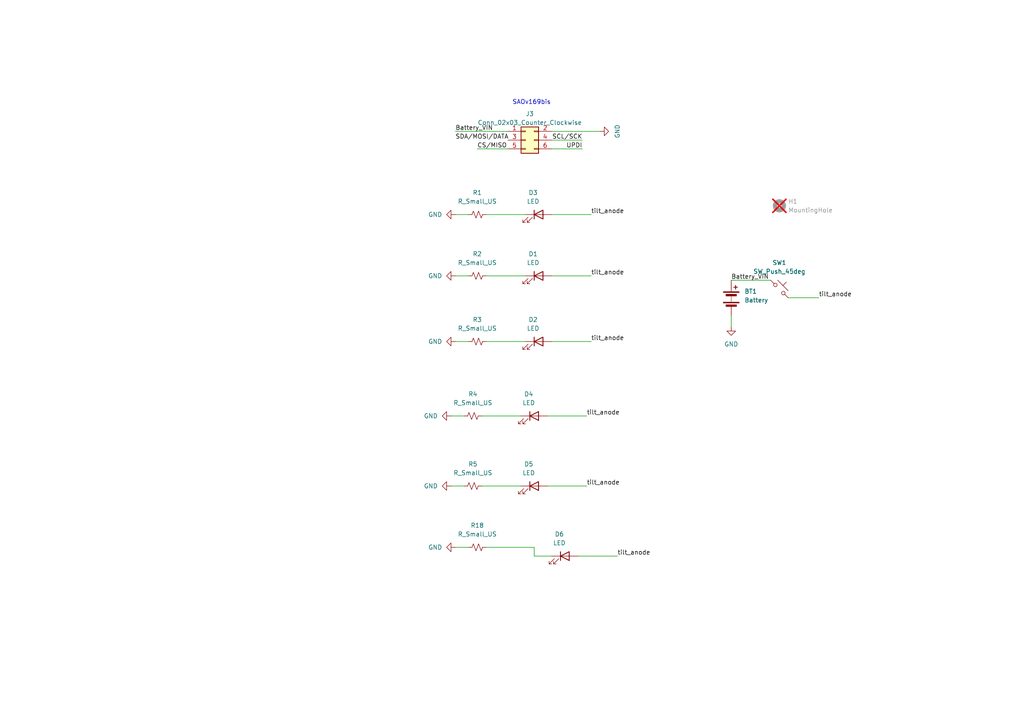
<source format=kicad_sch>
(kicad_sch (version 20250114) (generator "eeschema") (generator_version "9.0")
  (paper "A4")
  (lib_symbols
    (symbol "Connector_Generic:Conn_02x03_Odd_Even" (pin_names (offset 1.016) (hide yes))
      (property "Reference" "J" (at 1.27 5.08 0))
      (property "Value" "Conn_02x03_Odd_Even" (at 1.27 -5.08 0))
      (symbol "Conn_02x03_Odd_Even_1_1"
        (rectangle (start -1.27 3.81) (end 3.81 -3.81) (stroke (width 0.254)) (fill (type background)))
        (rectangle (start -1.27 2.667) (end 0 2.413) (stroke (width 0.1524)))
        (rectangle (start -1.27 0.127) (end 0 -0.127) (stroke (width 0.1524)))
        (rectangle (start -1.27 -2.413) (end 0 -2.667) (stroke (width 0.1524)))
        (rectangle (start 3.81 2.667) (end 2.54 2.413) (stroke (width 0.1524)))
        (rectangle (start 3.81 0.127) (end 2.54 -0.127) (stroke (width 0.1524)))
        (rectangle (start 3.81 -2.413) (end 2.54 -2.667) (stroke (width 0.1524)))
        (pin passive line (at -5.08 2.54 0) (length 3.81) (name "Pin_1") (number "1"))
        (pin passive line (at -5.08 0 0) (length 3.81) (name "Pin_3") (number "3"))
        (pin passive line (at -5.08 -2.54 0) (length 3.81) (name "Pin_5") (number "5"))
        (pin passive line (at 7.62 2.54 180) (length 3.81) (name "Pin_2") (number "2"))
        (pin passive line (at 7.62 0 180) (length 3.81) (name "Pin_4") (number "4"))
        (pin passive line (at 7.62 -2.54 180) (length 3.81) (name "Pin_6") (number "6"))
      )
    )
    (symbol "Device:Battery" (pin_numbers (hide yes)) (pin_names (offset 0) (hide yes))
      (property "Reference" "BT" (at 2.54 2.54 0))
      (property "Value" "Battery" (at 2.54 0 0))
      (symbol "Battery_0_1"
        (rectangle (start -2.286 1.778) (end 2.286 1.524) (fill (type outline)))
        (rectangle (start -2.286 -1.27) (end 2.286 -1.524) (fill (type outline)))
        (rectangle (start -1.524 1.016) (end 1.524 0.508) (fill (type outline)))
        (rectangle (start -1.524 -2.032) (end 1.524 -2.54) (fill (type outline)))
        (polyline (pts (xy 0 1.778) (xy 0 2.54)))
        (polyline (pts (xy 0 0) (xy 0 0.254)))
        (polyline (pts (xy 0 -0.508) (xy 0 -0.254)))
        (polyline (pts (xy 0 -1.016) (xy 0 -0.762)))
        (polyline (pts (xy 0.762 3.048) (xy 1.778 3.048)) (stroke (width 0.254)))
        (polyline (pts (xy 1.27 3.556) (xy 1.27 2.54)) (stroke (width 0.254)))
      )
      (symbol "Battery_1_1"
        (pin passive line (at 0 5.08 270) (length 2.54) (name "+") (number "1"))
        (pin passive line (at 0 -5.08 90) (length 2.54) (name "-") (number "2"))
      )
    )
    (symbol "Device:LED" (pin_numbers (hide yes)) (pin_names (offset 1.016) (hide yes))
      (property "Reference" "D" (at 0 2.54 0))
      (property "Value" "LED" (at 0 -2.54 0))
      (symbol "LED_0_1"
        (polyline (pts (xy -3.048 -0.762) (xy -4.572 -2.286) (xy -3.81 -2.286) (xy -4.572 -2.286) (xy -4.572 -1.524)))
        (polyline (pts (xy -1.778 -0.762) (xy -3.302 -2.286) (xy -2.54 -2.286) (xy -3.302 -2.286) (xy -3.302 -1.524)))
        (polyline (pts (xy -1.27 0) (xy 1.27 0)))
        (polyline (pts (xy -1.27 -1.27) (xy -1.27 1.27)) (stroke (width 0.254)))
        (polyline (pts (xy 1.27 -1.27) (xy 1.27 1.27) (xy -1.27 0) (xy 1.27 -1.27)) (stroke (width 0.254)))
      )
      (symbol "LED_1_1"
        (pin passive line (at -3.81 0 0) (length 2.54) (name "K") (number "1"))
        (pin passive line (at 3.81 0 180) (length 2.54) (name "A") (number "2"))
      )
    )
    (symbol "Device:R_Small_US" (pin_numbers (hide yes)) (pin_names (offset 0.254) (hide yes))
      (property "Reference" "R" (at 0.762 0.508 0))
      (property "Value" "R_Small_US" (at 0.762 -1.016 0))
      (symbol "R_Small_US_1_1"
        (polyline (pts (xy 0 1.524) (xy 1.016 1.143) (xy 0 0.762) (xy -1.016 0.381) (xy 0 0)))
        (polyline (pts (xy 0 0) (xy 1.016 -0.381) (xy 0 -0.762) (xy -1.016 -1.143) (xy 0 -1.524)))
        (pin passive line (at 0 2.54 270) (length 1.016) (name "~") (number "1"))
        (pin passive line (at 0 -2.54 90) (length 1.016) (name "~") (number "2"))
      )
    )
    (symbol "Mechanical:MountingHole" (pin_names (offset 1.016))
      (property "Reference" "H" (at 0 5.08 0))
      (property "Value" "MountingHole" (at 0 3.175 0))
      (symbol "MountingHole_0_1"
        (circle (center 0 0) (radius 1.27) (stroke (width 1.27)))
      )
    )
    (symbol "Switch:SW_Push_45deg" (pin_numbers (hide yes)) (pin_names (offset 1.016) (hide yes))
      (property "Reference" "SW" (at 3.048 1.016 0))
      (property "Value" "SW_Push_45deg" (at 0 -3.81 0))
      (symbol "SW_Push_45deg_0_1"
        (polyline (pts (xy -2.54 2.54) (xy -1.524 1.524) (xy -1.524 1.524)))
        (circle (center -1.1684 1.1684) (radius 0.508))
        (polyline (pts (xy -0.508 2.54) (xy 2.54 -0.508)))
        (polyline (pts (xy 1.016 1.016) (xy 2.032 2.032)))
        (circle (center 1.143 -1.1938) (radius 0.508))
        (polyline (pts (xy 1.524 -1.524) (xy 2.54 -2.54) (xy 2.54 -2.54) (xy 2.54 -2.54)))
        (pin passive line (at -2.54 2.54 0) (length 0) (name "1") (number "1"))
        (pin passive line (at 2.54 -2.54 180) (length 0) (name "2") (number "2"))
      )
    )
    (symbol "power:GND" (power) (pin_names (offset 0))
      (property "Value" "GND" (at 0 -3.81 0))
      (symbol "GND_0_1"
        (polyline (pts (xy 0 0) (xy 0 -1.27) (xy 1.27 -1.27) (xy 0 -2.54) (xy -1.27 -1.27) (xy 0 -1.27)))
      )
      (symbol "GND_1_1"
        (pin power_in line (at 0 0 270) (length 0) (hide yes) (name "GND") (number "1"))
      )
    )
  )
  (text "SAOv169bis" (at 148.59 30.48 0) (effects (font (size 1.27 1.27)) (justify left bottom)))
  (wire (pts (xy 140.97 99.06) (xy 152.4 99.06)))
  (wire (pts (xy 212.09 94.742) (xy 212.09 91.44)))
  (wire (pts (xy 139.7 140.97) (xy 151.13 140.97)))
  (wire (pts (xy 154.94 161.29) (xy 160.02 161.29)))
  (wire (pts (xy 170.18 140.97) (xy 158.75 140.97)))
  (wire (pts (xy 135.89 158.75) (xy 132.08 158.75)))
  (wire (pts (xy 160.02 40.64) (xy 168.91 40.64)))
  (wire (pts (xy 228.6 86.36) (xy 237.49 86.36)))
  (wire (pts (xy 154.94 158.75) (xy 140.97 158.75)))
  (wire (pts (xy 170.18 120.65) (xy 158.75 120.65)))
  (wire (pts (xy 134.62 140.97) (xy 130.81 140.97)))
  (wire (pts (xy 134.62 120.65) (xy 130.81 120.65)))
  (wire (pts (xy 154.94 161.29) (xy 154.94 158.75)))
  (wire (pts (xy 135.89 62.23) (xy 132.08 62.23)))
  (wire (pts (xy 140.97 80.01) (xy 152.4 80.01)))
  (wire (pts (xy 160.02 43.18) (xy 168.91 43.18)))
  (wire (pts (xy 171.45 99.06) (xy 160.02 99.06)))
  (wire (pts (xy 135.89 99.06) (xy 132.08 99.06)))
  (wire (pts (xy 135.89 80.01) (xy 132.08 80.01)))
  (wire (pts (xy 132.08 38.1) (xy 147.32 38.1)))
  (wire (pts (xy 139.7 120.65) (xy 151.13 120.65)))
  (wire (pts (xy 140.97 62.23) (xy 152.4 62.23)))
  (wire (pts (xy 212.09 81.28) (xy 223.52 81.28)))
  (wire (pts (xy 138.43 43.18) (xy 147.32 43.18)))
  (wire (pts (xy 171.45 62.23) (xy 160.02 62.23)))
  (wire (pts (xy 179.07 161.29) (xy 167.64 161.29)))
  (wire (pts (xy 160.02 38.1) (xy 173.99 38.1)))
  (wire (pts (xy 171.45 80.01) (xy 160.02 80.01)))
  (label "Battery_VIN" (at 212.09 81.28 0))
  (label "Battery_VIN" (at 132.08 38.1 0))
  (label "UPDI" (at 168.91 43.18 180))
  (label "SDA{slash}MOSI{slash}DATA" (at 132.08 40.64 0))
  (label "tilt_anode" (at 171.45 62.23 0))
  (label "tilt_anode" (at 171.45 80.01 0))
  (label "SCL{slash}SCK" (at 168.91 40.64 180))
  (label "tilt_anode" (at 179.07 161.29 0))
  (label "tilt_anode" (at 170.18 140.97 0))
  (label "tilt_anode" (at 171.45 99.06 0))
  (label "tilt_anode" (at 170.18 120.65 0))
  (label "tilt_anode" (at 237.49 86.36 0))
  (label "CS{slash}MISO" (at 138.43 43.18 0))
  (symbol (lib_id "Device:R_Small_US") (at 138.43 80.01 90) (unit 1)
    (property "Reference" "R2" (at 138.43 73.66 90))
    (property "Value" "R_Small_US" (at 138.43 76.2 90))
    (property "Footprint" "Resistor_SMD:R_1206_3216Metric" (effects (hide yes)))
    (property "Description" "Resistor, small US symbol" (effects (hide yes)))
  )
  (symbol (lib_id "Device:LED") (at 156.21 99.06 0) (unit 1)
    (property "Reference" "D2" (at 154.6225 92.71 0))
    (property "Value" "LED" (at 154.6225 95.25 0))
    (property "Footprint" "PCM_LED_THT_AKL:LED_D3.0mm_Horizontal_O1.27mm_Z2.0mm_BiDir" (effects (hide yes)))
    (property "Description" "Light emitting diode" (effects (hide yes)))
    (property "Sim.Pins" "1=K 2=A" (effects (hide yes)))
  )
  (symbol (lib_id "Mechanical:MountingHole") (at 226.06 59.69 0) (unit 1) (dnp yes)
    (property "Reference" "H1" (at 228.6 58.4199 0) (effects (justify left)))
    (property "Value" "MountingHole" (at 228.6 60.9599 0) (effects (justify left)))
    (property "Footprint" "MountingHole:MountingHole_3.2mm_M3" (effects (hide yes)))
    (property "Description" "Mounting Hole without connection" (effects (hide yes)))
  )
  (symbol (lib_id "Device:LED") (at 156.21 62.23 0) (unit 1)
    (property "Reference" "D3" (at 154.6225 55.88 0))
    (property "Value" "LED" (at 154.6225 58.42 0))
    (property "Footprint" "PCM_LED_THT_AKL:LED_D3.0mm_Horizontal_O1.27mm_Z2.0mm_BiDir" (effects (hide yes)))
    (property "Description" "Light emitting diode" (effects (hide yes)))
    (property "Sim.Pins" "1=K 2=A" (effects (hide yes)))
  )
  (symbol (lib_id "power:GND") (at 132.08 80.01 270) (unit 1)
    (property "Reference" "#PWR03" (effects (hide yes)))
    (property "Value" "GND" (at 128.27 80.0099 90) (effects (justify right)))
    (property "Description" "Power symbol creates a global label with name \"GND\" , ground" (effects (hide yes)))
  )
  (symbol (lib_id "power:GND") (at 132.08 158.75 270) (unit 1)
    (property "Reference" "#PWR014" (effects (hide yes)))
    (property "Value" "GND" (at 128.27 158.7499 90) (effects (justify right)))
    (property "Description" "Power symbol creates a global label with name \"GND\" , ground" (effects (hide yes)))
  )
  (symbol (lib_id "power:GND") (at 132.08 62.23 270) (unit 1)
    (property "Reference" "#PWR02" (effects (hide yes)))
    (property "Value" "GND" (at 128.27 62.2299 90) (effects (justify right)))
    (property "Description" "Power symbol creates a global label with name \"GND\" , ground" (effects (hide yes)))
  )
  (symbol (lib_id "power:GND") (at 130.81 120.65 270) (unit 1)
    (property "Reference" "#PWR05" (effects (hide yes)))
    (property "Value" "GND" (at 127 120.6499 90) (effects (justify right)))
    (property "Description" "Power symbol creates a global label with name \"GND\" , ground" (effects (hide yes)))
  )
  (symbol (lib_id "Device:LED") (at 154.94 120.65 0) (unit 1)
    (property "Reference" "D4" (at 153.3525 114.3 0))
    (property "Value" "LED" (at 153.3525 116.84 0))
    (property "Footprint" "PCM_LED_THT_AKL:LED_D3.0mm_Horizontal_O1.27mm_Z2.0mm_BiDir" (effects (hide yes)))
    (property "Description" "Light emitting diode" (effects (hide yes)))
    (property "Sim.Pins" "1=K 2=A" (effects (hide yes)))
  )
  (symbol (lib_id "Device:R_Small_US") (at 137.16 140.97 90) (unit 1)
    (property "Reference" "R5" (at 137.16 134.62 90))
    (property "Value" "R_Small_US" (at 137.16 137.16 90))
    (property "Footprint" "Resistor_SMD:R_1206_3216Metric" (effects (hide yes)))
    (property "Description" "Resistor, small US symbol" (effects (hide yes)))
  )
  (symbol (lib_id "Switch:SW_Push_45deg") (at 226.06 83.82 0) (unit 1)
    (property "Reference" "SW1" (at 226.06 76.2 0))
    (property "Value" "SW_Push_45deg" (at 226.06 78.74 0))
    (property "Footprint" "PCM_LED_THT_AKL:LED_Rectangular_W5.0mm_H2.0mm_Horizontal_O6.35mm_Z5.0mm" (effects (hide yes)))
    (property "Description" "Push button switch, normally open, two pins, 45° tilted" (effects (hide yes)))
  )
  (symbol (lib_id "Device:R_Small_US") (at 138.43 62.23 90) (unit 1)
    (property "Reference" "R1" (at 138.43 55.88 90))
    (property "Value" "R_Small_US" (at 138.43 58.42 90))
    (property "Footprint" "Resistor_SMD:R_1206_3216Metric" (effects (hide yes)))
    (property "Description" "Resistor, small US symbol" (effects (hide yes)))
  )
  (symbol (lib_id "Device:LED") (at 156.21 80.01 0) (unit 1)
    (property "Reference" "D1" (at 154.6225 73.66 0))
    (property "Value" "LED" (at 154.6225 76.2 0))
    (property "Footprint" "PCM_LED_THT_AKL:LED_D3.0mm_Horizontal_O1.27mm_Z2.0mm_BiDir" (effects (hide yes)))
    (property "Description" "Light emitting diode" (effects (hide yes)))
    (property "Sim.Pins" "1=K 2=A" (effects (hide yes)))
  )
  (symbol (lib_id "Device:R_Small_US") (at 138.43 158.75 90) (unit 1)
    (property "Reference" "R18" (at 138.43 152.4 90))
    (property "Value" "R_Small_US" (at 138.43 154.94 90))
    (property "Footprint" "Resistor_SMD:R_1206_3216Metric" (effects (hide yes)))
    (property "Description" "Resistor, small US symbol" (effects (hide yes)))
  )
  (symbol (lib_id "Device:LED") (at 163.83 161.29 0) (unit 1)
    (property "Reference" "D6" (at 162.2425 154.94 0))
    (property "Value" "LED" (at 162.2425 157.48 0))
    (property "Footprint" "PCM_LED_THT_AKL:LED_D3.0mm_Horizontal_O1.27mm_Z2.0mm_BiDir" (effects (hide yes)))
    (property "Description" "Light emitting diode" (effects (hide yes)))
    (property "Sim.Pins" "1=K 2=A" (effects (hide yes)))
  )
  (symbol (lib_id "Device:R_Small_US") (at 137.16 120.65 90) (unit 1)
    (property "Reference" "R4" (at 137.16 114.3 90))
    (property "Value" "R_Small_US" (at 137.16 116.84 90))
    (property "Footprint" "Resistor_SMD:R_1206_3216Metric" (effects (hide yes)))
    (property "Description" "Resistor, small US symbol" (effects (hide yes)))
  )
  (symbol (lib_id "power:GND") (at 130.81 140.97 270) (unit 1)
    (property "Reference" "#PWR06" (effects (hide yes)))
    (property "Value" "GND" (at 127 140.9699 90) (effects (justify right)))
    (property "Description" "Power symbol creates a global label with name \"GND\" , ground" (effects (hide yes)))
  )
  (symbol (lib_id "Device:R_Small_US") (at 138.43 99.06 90) (unit 1)
    (property "Reference" "R3" (at 138.43 92.71 90))
    (property "Value" "R_Small_US" (at 138.43 95.25 90))
    (property "Footprint" "Resistor_SMD:R_1206_3216Metric" (effects (hide yes)))
    (property "Description" "Resistor, small US symbol" (effects (hide yes)))
  )
  (symbol (lib_id "power:GND") (at 173.99 38.1 90) (unit 1)
    (property "Reference" "#PWR012" (effects (hide yes)))
    (property "Value" "GND" (at 179.07 38.1 0))
  )
  (symbol (lib_id "Device:Battery") (at 212.09 86.36 0) (unit 1)
    (property "Reference" "BT1" (at 215.9 84.5184 0) (effects (justify left)))
    (property "Value" "Battery" (at 215.9 87.0584 0) (effects (justify left)))
    (property "Footprint" "Battery:BatteryHolder_Keystone_3008_1x2450" (effects (hide yes)))
    (property "Datasheet" "https://www.lcsc.com/datasheet/lcsc_datasheet_2411271947_MYOUNG-MY-2450-01_C964845.pdf" (effects (hide yes)))
    (property "Description" "Multiple-cell battery" (effects (hide yes)))
    (property "LCSC" "C964845" (effects (hide yes)))
  )
  (symbol (lib_id "Connector_Generic:Conn_02x03_Odd_Even") (at 152.4 40.64 0) (unit 1)
    (property "Reference" "J3" (at 153.67 33.02 0))
    (property "Value" "Conn_02x03_Counter_Clockwise" (at 153.67 35.56 0))
    (property "Footprint" "Connector_PinHeader_2.54mm:PinHeader_2x03_P2.54mm_Vertical" (effects (hide yes)))
  )
  (symbol (lib_id "power:GND") (at 132.08 99.06 270) (unit 1)
    (property "Reference" "#PWR04" (effects (hide yes)))
    (property "Value" "GND" (at 128.27 99.0599 90) (effects (justify right)))
    (property "Description" "Power symbol creates a global label with name \"GND\" , ground" (effects (hide yes)))
  )
  (symbol (lib_id "power:GND") (at 212.09 94.742 0) (unit 1)
    (property "Reference" "#PWR021" (effects (hide yes)))
    (property "Value" "GND" (at 212.09 99.822 0))
    (property "Description" "Power symbol creates a global label with name \"GND\" , ground" (effects (hide yes)))
  )
  (symbol (lib_id "Device:LED") (at 154.94 140.97 0) (unit 1)
    (property "Reference" "D5" (at 153.3525 134.62 0))
    (property "Value" "LED" (at 153.3525 137.16 0))
    (property "Footprint" "PCM_LED_THT_AKL:LED_D3.0mm_Horizontal_O1.27mm_Z2.0mm_BiDir" (effects (hide yes)))
    (property "Description" "Light emitting diode" (effects (hide yes)))
    (property "Sim.Pins" "1=K 2=A" (effects (hide yes)))
  )
)
</source>
